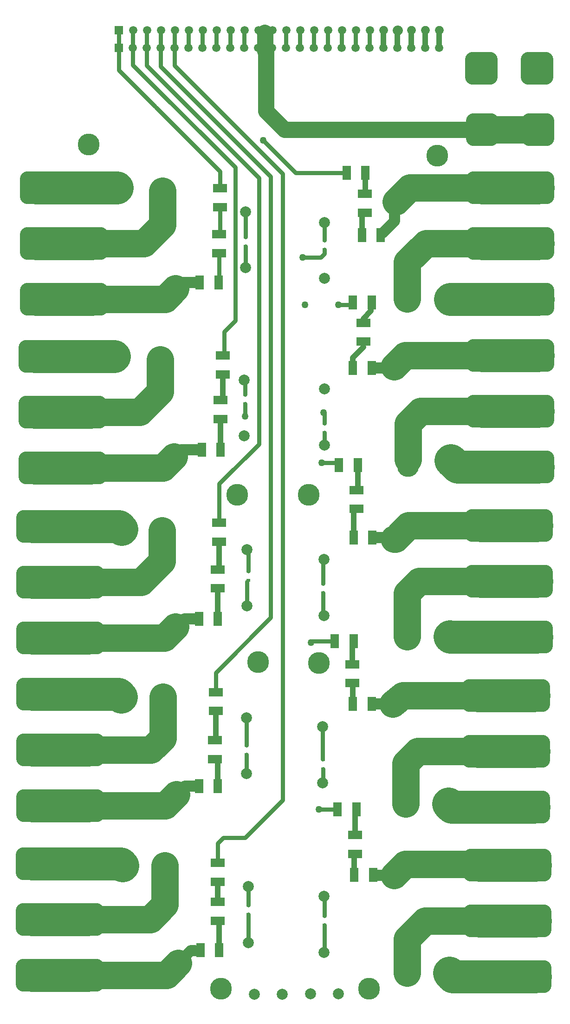
<source format=gbl>
%FSLAX23Y23*%
%MOIN*%
G70*
G01*
G75*
G04 Layer_Physical_Order=4*
G04 Layer_Color=48896*
%ADD10C,0.031*%
%ADD11C,0.197*%
%ADD12C,0.236*%
%ADD13C,0.165*%
%ADD14C,0.157*%
%ADD15C,0.059*%
%ADD16R,0.059X0.059*%
G04:AMPARAMS|DCode=17|XSize=236mil|YSize=236mil|CornerRadius=59mil|HoleSize=0mil|Usage=FLASHONLY|Rotation=0.000|XOffset=0mil|YOffset=0mil|HoleType=Round|Shape=RoundedRectangle|*
%AMROUNDEDRECTD17*
21,1,0.236,0.118,0,0,0.0*
21,1,0.118,0.236,0,0,0.0*
1,1,0.118,0.059,-0.059*
1,1,0.118,-0.059,-0.059*
1,1,0.118,-0.059,0.059*
1,1,0.118,0.059,0.059*
%
%ADD17ROUNDEDRECTD17*%
%ADD18C,0.157*%
G04:AMPARAMS|DCode=19|XSize=236mil|YSize=236mil|CornerRadius=59mil|HoleSize=0mil|Usage=FLASHONLY|Rotation=270.000|XOffset=0mil|YOffset=0mil|HoleType=Round|Shape=RoundedRectangle|*
%AMROUNDEDRECTD19*
21,1,0.236,0.118,0,0,270.0*
21,1,0.118,0.236,0,0,270.0*
1,1,0.118,-0.059,-0.059*
1,1,0.118,-0.059,0.059*
1,1,0.118,0.059,0.059*
1,1,0.118,0.059,-0.059*
%
%ADD19ROUNDEDRECTD19*%
%ADD20C,0.079*%
%ADD21C,0.050*%
%ADD22C,0.079*%
%ADD23C,0.039*%
%ADD24C,0.071*%
%ADD25C,0.059*%
%ADD26R,0.031X0.024*%
%ADD27R,0.060X0.100*%
%ADD28R,0.100X0.060*%
%ADD29C,0.118*%
D10*
X2567Y7213D02*
X2569Y7216D01*
X2567Y7088D02*
Y7213D01*
X2467D02*
X2469Y7216D01*
X2467Y7088D02*
Y7213D01*
X2367D02*
X2369Y7216D01*
X2367Y7088D02*
Y7213D01*
X2267D02*
X2269Y7216D01*
X2267Y7088D02*
Y7213D01*
X2167D02*
X2169Y7216D01*
X2167Y7088D02*
Y7213D01*
X2067D02*
X2069Y7216D01*
X2067Y7088D02*
Y7213D01*
X1967D02*
X1969Y7216D01*
X1967Y7088D02*
Y7213D01*
X1667D02*
X1669Y7216D01*
X1667Y7088D02*
Y7213D01*
X1567D02*
X1569Y7216D01*
X1567Y7088D02*
Y7213D01*
X1467D02*
X1469Y7216D01*
X1467Y7088D02*
Y7213D01*
X1367D02*
X1369Y7216D01*
X1367Y7088D02*
Y7213D01*
X1267D02*
X1269Y7216D01*
X1267Y7088D02*
Y7213D01*
X1167D02*
X1169Y7216D01*
X1167Y7088D02*
Y7213D01*
X1067D02*
X1069Y7216D01*
X1067Y7088D02*
Y7213D01*
X967D02*
X969Y7216D01*
X967Y7088D02*
Y7213D01*
X867D02*
X869Y7216D01*
X867Y7088D02*
Y7213D01*
X767Y7205D02*
X767Y7205D01*
Y7088D02*
Y7205D01*
X2242Y861D02*
Y997D01*
Y603D02*
Y794D01*
X1697Y671D02*
Y871D01*
Y937D02*
Y1069D01*
X2229Y1984D02*
Y2217D01*
Y1815D02*
X2232Y1819D01*
Y1914D01*
X1682Y1881D02*
Y2019D01*
Y2086D02*
Y2282D01*
X2232Y3246D02*
Y3410D01*
Y3022D02*
Y3179D01*
X1697Y3336D02*
Y3476D01*
X1686Y3085D02*
Y3258D01*
X1772Y4246D02*
Y6156D01*
X1487Y3961D02*
X1772Y4246D01*
X1487Y3681D02*
Y3961D01*
X967Y6961D02*
X1772Y6156D01*
X2237Y4471D02*
X2242Y4466D01*
Y4396D02*
Y4466D01*
X1672Y4446D02*
Y4534D01*
X2242Y4239D02*
Y4329D01*
X1672Y4601D02*
Y4699D01*
X1677Y5511D02*
Y5664D01*
Y5731D02*
Y5912D01*
X2087Y5586D02*
X2217D01*
X2242Y5611D01*
Y5641D01*
Y5707D02*
Y5835D01*
X1857Y3001D02*
Y6166D01*
X1462Y2606D02*
X1857Y3001D01*
X1462Y2466D02*
Y2606D01*
X1487Y5411D02*
Y5616D01*
X1492Y5756D02*
Y5946D01*
Y6081D02*
Y6201D01*
X1802Y6426D02*
X2037Y6191D01*
X2397D01*
X2432Y5246D02*
X2447Y5261D01*
X2342Y5246D02*
X2432D01*
X2222Y4111D02*
X2332D01*
X2157Y2831D02*
X2317D01*
X2147Y2821D02*
X2157Y2831D01*
X2202Y1626D02*
X2337D01*
X1477Y1241D02*
Y1381D01*
X1517Y1421D01*
X1672D01*
X1942Y1691D01*
Y6186D01*
X1167Y6961D02*
X1942Y6186D01*
X1067Y6956D02*
X1857Y6166D01*
X1522Y4891D02*
Y5051D01*
X1602Y5131D01*
Y6231D01*
X867Y6966D02*
X1602Y6231D01*
X767Y7088D02*
X767Y7087D01*
X867Y7088D02*
X867Y7087D01*
X967Y7088D02*
X967Y7087D01*
X1067Y7088D02*
X1067Y7087D01*
X1167Y7088D02*
X1167Y7087D01*
Y6961D02*
Y7087D01*
X1067Y6956D02*
Y7087D01*
X967Y6961D02*
Y7087D01*
X867Y6966D02*
Y7087D01*
X1033Y6660D02*
X1492Y6201D01*
X767Y6927D02*
Y7087D01*
Y6927D02*
X1025Y6669D01*
D11*
X3377Y6501D02*
X3777D01*
X2837Y5289D02*
Y5551D01*
X2972Y5686D01*
X3377D01*
X2757Y5986D02*
X2857Y6086D01*
X3377D01*
X2842Y4133D02*
Y4391D01*
X2932Y4481D01*
X3377D01*
X2822Y4881D02*
X3377D01*
X2743Y3566D02*
X2753D01*
X2847Y3661D01*
X3367D01*
X2837Y2866D02*
Y3176D01*
X2922Y3261D01*
X3367D01*
X2733Y2381D02*
X2807Y2441D01*
X3347D01*
X2827Y1666D02*
Y1956D01*
X2912Y2041D01*
X3347D01*
X3352Y1231D02*
X3357Y1226D01*
X2822Y1231D02*
X3352D01*
X2742Y1151D02*
X2822Y1231D01*
X2837Y450D02*
Y695D01*
X2967Y826D01*
X3357D01*
X572Y5686D02*
X947D01*
X1079Y5817D01*
X572Y5286D02*
X1098D01*
X1173Y5361D01*
X1079Y5817D02*
Y6062D01*
X562Y4476D02*
X917D01*
X562Y4076D02*
X1083D01*
X1162Y4155D01*
X547Y3256D02*
X927D01*
X1077Y3406D01*
Y3626D01*
X547Y2856D02*
X1092D01*
X1172Y2936D01*
X547Y2051D02*
X997D01*
X1082Y2136D01*
Y2430D01*
X547Y1651D02*
X1098D01*
X1178Y1731D01*
X542Y836D02*
X992D01*
X1097Y941D01*
Y1221D01*
X542Y436D02*
X1108D01*
X1192Y520D01*
X2742Y4801D02*
X2822Y4881D01*
X917Y4476D02*
X1062Y4621D01*
Y4851D01*
D12*
X3377Y6086D02*
X3777D01*
X3377Y5686D02*
X3777D01*
X3145Y5285D02*
X3146Y5286D01*
X3377D01*
X3777D01*
X3149Y4129D02*
X3198Y4081D01*
X3377D01*
X3777D01*
X3377Y4481D02*
X3777D01*
X3377Y4881D02*
X3777D01*
X3367Y3661D02*
X3767D01*
X3367Y3261D02*
X3767D01*
X3141Y2866D02*
X3146Y2861D01*
X3367D01*
X3767D01*
X3347Y2441D02*
X3747D01*
X3347Y2041D02*
X3747D01*
X3131Y1666D02*
X3156Y1641D01*
X3347D01*
X3747D01*
X3357Y1226D02*
X3757D01*
X3357Y826D02*
X3757D01*
X3140Y450D02*
X3164Y426D01*
X3357D01*
X3757D01*
X172Y6086D02*
X572D01*
X752D01*
X172Y5686D02*
X572D01*
X172Y5286D02*
X572D01*
X162Y4476D02*
X562D01*
X162Y4076D02*
X562D01*
X162Y4876D02*
X562D01*
X731D01*
X147Y3656D02*
X547D01*
X766D01*
X785Y3636D01*
X147Y3256D02*
X547D01*
X147Y2856D02*
X547D01*
X147Y2451D02*
X547D01*
X762D01*
X781Y2432D01*
X147Y2051D02*
X547D01*
X147Y1651D02*
X547D01*
X142Y1236D02*
X542D01*
X779D01*
X794Y1221D01*
X142Y836D02*
X542D01*
X142Y436D02*
X542D01*
D13*
X2837Y5289D02*
X2842Y5285D01*
X2842Y4133D02*
X2846Y4129D01*
X1082Y2430D02*
X1084Y2432D01*
D15*
X869Y7216D02*
D03*
X969D02*
D03*
X1069D02*
D03*
X1169D02*
D03*
X1269D02*
D03*
X1369D02*
D03*
X1469D02*
D03*
X1569D02*
D03*
X1669D02*
D03*
X1769D02*
D03*
X1869D02*
D03*
X1969D02*
D03*
X2069D02*
D03*
X2169D02*
D03*
X2269D02*
D03*
X2369D02*
D03*
X2469D02*
D03*
X2569D02*
D03*
X2669D02*
D03*
X2769D02*
D03*
X2869D02*
D03*
X2969D02*
D03*
X3069D02*
D03*
X867Y7088D02*
D03*
X967D02*
D03*
X1067D02*
D03*
X1167D02*
D03*
X1267D02*
D03*
X1367D02*
D03*
X1467D02*
D03*
X1567D02*
D03*
X1667D02*
D03*
X1767D02*
D03*
X1867D02*
D03*
X1967D02*
D03*
X2067D02*
D03*
X2167D02*
D03*
X2267D02*
D03*
X2367D02*
D03*
X2467D02*
D03*
X2567D02*
D03*
X2667D02*
D03*
X2767D02*
D03*
X2867D02*
D03*
X2967D02*
D03*
X3067D02*
D03*
D16*
X767Y7216D02*
D03*
X767Y7088D02*
D03*
D17*
X3370Y6941D02*
D03*
X3770D02*
D03*
X3377Y6501D02*
D03*
X3777D02*
D03*
D18*
X1767Y2681D02*
D03*
X2202Y2676D02*
D03*
X2128Y3881D02*
D03*
X1617D02*
D03*
X1162Y4155D02*
D03*
X1067Y4856D02*
D03*
X764D02*
D03*
X1173Y5361D02*
D03*
X1079Y6062D02*
D03*
X776D02*
D03*
X2747Y5986D02*
D03*
X2842Y5285D02*
D03*
X3145D02*
D03*
X2746Y4790D02*
D03*
X2841Y4089D02*
D03*
X3144D02*
D03*
X1182Y2936D02*
D03*
X1088Y3636D02*
D03*
X785D02*
D03*
X2743Y3566D02*
D03*
X2837Y2866D02*
D03*
X3141D02*
D03*
X1178Y1731D02*
D03*
X1084Y2432D02*
D03*
X781D02*
D03*
X2733Y2366D02*
D03*
X2827Y1666D02*
D03*
X3131D02*
D03*
X1192Y520D02*
D03*
X1097Y1221D02*
D03*
X794D02*
D03*
X2742Y1151D02*
D03*
X2837Y450D02*
D03*
X3140D02*
D03*
X3052Y6316D02*
D03*
X548Y6395D02*
D03*
X1498Y338D02*
D03*
X2561D02*
D03*
D19*
X172Y6086D02*
D03*
Y5686D02*
D03*
X572Y6086D02*
D03*
Y5686D02*
D03*
Y5286D02*
D03*
X172D02*
D03*
X162Y4876D02*
D03*
Y4476D02*
D03*
X562Y4876D02*
D03*
Y4476D02*
D03*
Y4076D02*
D03*
X162D02*
D03*
X147Y3656D02*
D03*
Y3256D02*
D03*
X547Y3656D02*
D03*
Y3256D02*
D03*
Y2856D02*
D03*
X147D02*
D03*
Y2451D02*
D03*
Y2051D02*
D03*
X547Y2451D02*
D03*
Y2051D02*
D03*
Y1651D02*
D03*
X147D02*
D03*
X142Y1236D02*
D03*
Y836D02*
D03*
X542Y1236D02*
D03*
Y836D02*
D03*
Y436D02*
D03*
X142D02*
D03*
X3757Y426D02*
D03*
Y826D02*
D03*
X3357Y426D02*
D03*
Y826D02*
D03*
Y1226D02*
D03*
X3757D02*
D03*
X3747Y1641D02*
D03*
Y2041D02*
D03*
X3347Y1641D02*
D03*
Y2041D02*
D03*
Y2441D02*
D03*
X3747D02*
D03*
X3767Y2861D02*
D03*
Y3261D02*
D03*
X3367Y2861D02*
D03*
Y3261D02*
D03*
Y3661D02*
D03*
X3767D02*
D03*
X3777Y4081D02*
D03*
Y4481D02*
D03*
X3377Y4081D02*
D03*
Y4481D02*
D03*
Y4881D02*
D03*
X3777D02*
D03*
Y5286D02*
D03*
Y5686D02*
D03*
X3377Y5286D02*
D03*
Y5686D02*
D03*
Y6086D02*
D03*
X3777D02*
D03*
D20*
X1666Y4304D02*
D03*
Y4706D02*
D03*
X1677Y5511D02*
D03*
Y5912D02*
D03*
X2243Y5836D02*
D03*
Y5434D02*
D03*
X2242Y4641D02*
D03*
Y4239D02*
D03*
X1686Y3085D02*
D03*
Y3487D02*
D03*
X2239Y3417D02*
D03*
Y3015D02*
D03*
X1682Y1881D02*
D03*
Y2282D02*
D03*
X2229Y2217D02*
D03*
Y1815D02*
D03*
X1696Y669D02*
D03*
Y1071D02*
D03*
X2238Y1001D02*
D03*
Y599D02*
D03*
X1738Y299D02*
D03*
X1938D02*
D03*
X2344Y302D02*
D03*
X2144D02*
D03*
D21*
X2237Y4471D02*
D03*
X1672Y4446D02*
D03*
X1802Y6426D02*
D03*
X2102Y5246D02*
D03*
X2087Y5586D02*
D03*
X2342Y5246D02*
D03*
X2222Y4111D02*
D03*
X2147Y2821D02*
D03*
X2202Y1626D02*
D03*
D22*
X2747Y5846D02*
Y5986D01*
X2607Y1151D02*
X2742D01*
X2597Y2381D02*
X2733D01*
X1238Y1791D02*
X1327D01*
X1237Y2991D02*
X1327D01*
X1218Y5406D02*
X1337D01*
X2662Y5761D02*
X2747Y5846D01*
X2597Y3576D02*
X2734D01*
X1213Y4206D02*
X1347D01*
X1192Y520D02*
X1283Y611D01*
X1312D01*
X2692Y4801D02*
X2742D01*
X2602Y4791D02*
X2746D01*
X2746Y4790D01*
D23*
X2767Y7088D02*
Y7213D01*
X3067Y7088D02*
Y7213D01*
X2967Y7088D02*
Y7213D01*
X2867Y7088D02*
Y7213D01*
X2667Y7088D02*
Y7213D01*
X1477Y961D02*
Y1106D01*
X1487Y616D02*
Y816D01*
X2462Y1441D02*
Y1616D01*
X2457Y1156D02*
Y1301D01*
X2442Y2666D02*
Y2821D01*
X2447Y2381D02*
Y2526D01*
X1477Y1791D02*
Y1966D01*
X1178Y1731D02*
X1238Y1791D01*
X1462Y2126D02*
Y2331D01*
X1182Y2936D02*
X1237Y2991D01*
X1477D02*
Y3211D01*
X1487Y3356D02*
Y3546D01*
X1497Y4226D02*
Y4426D01*
X1512Y4576D02*
Y4746D01*
X2537Y6041D02*
Y6186D01*
X2512Y5746D02*
Y5886D01*
X2447Y4866D02*
X2522Y4941D01*
X2447Y4791D02*
Y4866D01*
X2482Y3916D02*
Y4086D01*
X2452Y3576D02*
Y3761D01*
X2522Y5116D02*
Y5146D01*
X2577Y5201D01*
Y5256D01*
X1162Y4155D02*
X1213Y4206D01*
D24*
X2767Y7213D02*
X2769Y7216D01*
D25*
X3067Y7213D02*
X3069Y7216D01*
X2967Y7213D02*
X2969Y7216D01*
X2867Y7213D02*
X2869Y7216D01*
X2667Y7213D02*
X2669Y7216D01*
D26*
X2242Y794D02*
D03*
Y861D02*
D03*
X1697Y937D02*
D03*
Y871D02*
D03*
X2232Y1914D02*
D03*
Y1981D02*
D03*
X1682Y2086D02*
D03*
Y2019D02*
D03*
X2232Y3179D02*
D03*
Y3246D02*
D03*
X1697Y3336D02*
D03*
Y3269D02*
D03*
X2242Y4329D02*
D03*
Y4396D02*
D03*
X1672Y4601D02*
D03*
Y4534D02*
D03*
X2242Y5641D02*
D03*
Y5707D02*
D03*
X1677Y5731D02*
D03*
Y5664D02*
D03*
D27*
X2582Y5261D02*
D03*
X2447D02*
D03*
X2537Y6191D02*
D03*
X2402D02*
D03*
X2472Y1626D02*
D03*
X2337D02*
D03*
X2452Y2831D02*
D03*
X2317D02*
D03*
X2482Y4096D02*
D03*
X2347D02*
D03*
X1347Y5406D02*
D03*
X1482D02*
D03*
X1362Y4206D02*
D03*
X1497D02*
D03*
X1342Y2991D02*
D03*
X1477D02*
D03*
X1342Y1791D02*
D03*
X1477D02*
D03*
X1352Y616D02*
D03*
X1487D02*
D03*
X2592Y1156D02*
D03*
X2457D02*
D03*
X2582Y2381D02*
D03*
X2447D02*
D03*
X2587Y3576D02*
D03*
X2452D02*
D03*
X2582Y4791D02*
D03*
X2447D02*
D03*
X2647Y5746D02*
D03*
X2512D02*
D03*
D28*
X1492Y5946D02*
D03*
Y6081D02*
D03*
X1487Y5616D02*
D03*
Y5751D02*
D03*
X1512Y4746D02*
D03*
Y4881D02*
D03*
X1497Y4426D02*
D03*
Y4561D02*
D03*
X1487Y3546D02*
D03*
Y3681D02*
D03*
X1477Y3211D02*
D03*
Y3346D02*
D03*
X1462Y2331D02*
D03*
Y2466D02*
D03*
X1457Y1986D02*
D03*
Y2121D02*
D03*
X1477Y1106D02*
D03*
Y1241D02*
D03*
Y826D02*
D03*
Y961D02*
D03*
X2462Y1306D02*
D03*
Y1441D02*
D03*
X2442Y2531D02*
D03*
Y2666D02*
D03*
X2472Y3781D02*
D03*
Y3916D02*
D03*
X2522Y4981D02*
D03*
Y5116D02*
D03*
X2532Y5906D02*
D03*
Y6041D02*
D03*
D29*
X1815Y7066D02*
Y7194D01*
X1811Y7198D02*
X1815Y7194D01*
X1822Y6636D02*
X1957Y6501D01*
X3377D01*
X1822Y6636D02*
Y7059D01*
X1815Y7066D02*
X1822Y7059D01*
M02*

</source>
